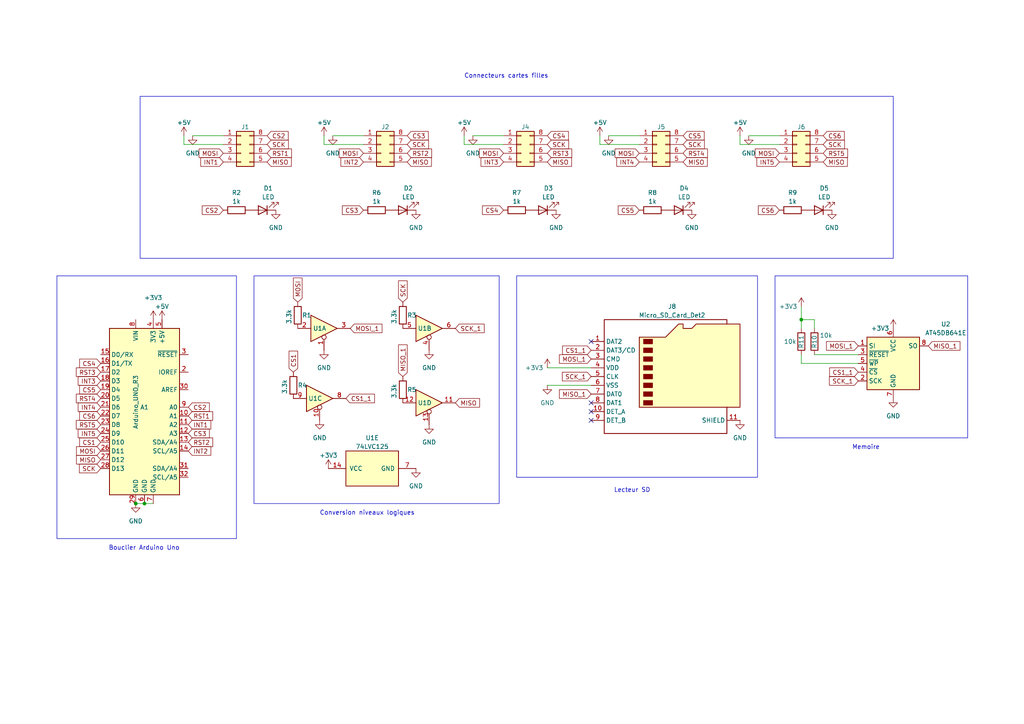
<source format=kicad_sch>
(kicad_sch (version 20231120) (generator "eeschema") (generator_version "8.0")
  (paper "A4")
  (title_block (title "PicoShield ") (date "2024-09-23") (comment 1 "Binome 8"))
  (lib_symbols
    (symbol "74xx:74LVC125" (pin_names (offset 1.016))
      (property "Reference" "U" (at 0 1.27 0))
      (property "Value" "74LVC125" (at 0 -1.27 0))
      (symbol "74LVC125_1_0"
        (polyline (pts (xy -3.81 3.81) (xy -3.81 -3.81) (xy 3.81 0) (xy -3.81 3.81)) (stroke (width 0.254)) (fill (type background)))
        (pin input inverted (at 0 -6.35 90) (length 4.445) (name "~") (number "1"))
        (pin input line (at -7.62 0 0) (length 3.81) (name "~") (number "2"))
        (pin tri_state line (at 7.62 0 180) (length 3.81) (name "~") (number "3"))
      )
      (symbol "74LVC125_2_0"
        (polyline (pts (xy -3.81 3.81) (xy -3.81 -3.81) (xy 3.81 0) (xy -3.81 3.81)) (stroke (width 0.254)) (fill (type background)))
        (pin input inverted (at 0 -6.35 90) (length 4.445) (name "~") (number "4"))
        (pin input line (at -7.62 0 0) (length 3.81) (name "~") (number "5"))
        (pin tri_state line (at 7.62 0 180) (length 3.81) (name "~") (number "6"))
      )
      (symbol "74LVC125_3_0"
        (polyline (pts (xy -3.81 3.81) (xy -3.81 -3.81) (xy 3.81 0) (xy -3.81 3.81)) (stroke (width 0.254)) (fill (type background)))
        (pin input inverted (at 0 -6.35 90) (length 4.445) (name "~") (number "10"))
        (pin tri_state line (at 7.62 0 180) (length 3.81) (name "~") (number "8"))
        (pin input line (at -7.62 0 0) (length 3.81) (name "~") (number "9"))
      )
      (symbol "74LVC125_4_0"
        (polyline (pts (xy -3.81 3.81) (xy -3.81 -3.81) (xy 3.81 0) (xy -3.81 3.81)) (stroke (width 0.254)) (fill (type background)))
        (pin tri_state line (at 7.62 0 180) (length 3.81) (name "~") (number "11"))
        (pin input line (at -7.62 0 0) (length 3.81) (name "~") (number "12"))
        (pin input inverted (at 0 -6.35 90) (length 4.445) (name "~") (number "13"))
      )
      (symbol "74LVC125_5_0"
        (pin power_in line (at 0 12.7 270) (length 5.08) (name "VCC") (number "14"))
        (pin power_in line (at 0 -12.7 90) (length 5.08) (name "GND") (number "7"))
      )
      (symbol "74LVC125_5_1"
        (rectangle (start -5.08 7.62) (end 5.08 -7.62) (stroke (width 0.254)) (fill (type background)))
      )
    )
    (symbol "Connector:Micro_SD_Card_Det2"
      (property "Reference" "J" (at -16.51 17.78 0))
      (property "Value" "Micro_SD_Card_Det2" (at 16.51 17.78 0))
      (symbol "Micro_SD_Card_Det2_0_1"
        (rectangle (start -7.62 -6.985) (end -5.08 -8.255) (stroke (width 0.254)) (fill (type outline)))
        (rectangle (start -7.62 -4.445) (end -5.08 -5.715) (stroke (width 0.254)) (fill (type outline)))
        (rectangle (start -7.62 -1.905) (end -5.08 -3.175) (stroke (width 0.254)) (fill (type outline)))
        (rectangle (start -7.62 0.635) (end -5.08 -0.635) (stroke (width 0.254)) (fill (type outline)))
        (rectangle (start -7.62 3.175) (end -5.08 1.905) (stroke (width 0.254)) (fill (type outline)))
        (rectangle (start -7.62 5.715) (end -5.08 4.445) (stroke (width 0.254)) (fill (type outline)))
        (rectangle (start -7.62 8.255) (end -5.08 6.985) (stroke (width 0.254)) (fill (type outline)))
        (rectangle (start -7.62 10.795) (end -5.08 9.525) (stroke (width 0.254)) (fill (type outline)))
        (polyline (pts (xy 16.51 15.24) (xy 16.51 16.51) (xy -19.05 16.51) (xy -19.05 -16.51) (xy 16.51 -16.51) (xy 16.51 -8.89)) (stroke (width 0.254)))
        (polyline (pts (xy -8.89 -8.89) (xy -8.89 11.43) (xy -1.27 11.43) (xy 2.54 15.24) (xy 3.81 15.24) (xy 3.81 13.97) (xy 6.35 13.97) (xy 7.62 15.24) (xy 20.32 15.24) (xy 20.32 -8.89) (xy -8.89 -8.89)) (stroke (width 0.254)) (fill (type background)))
      )
      (symbol "Micro_SD_Card_Det2_1_1"
        (pin bidirectional line (at -22.86 10.16 0) (length 3.81) (name "DAT2") (number "1"))
        (pin passive line (at -22.86 -10.16 0) (length 3.81) (name "DET_A") (number "10"))
        (pin passive line (at 20.32 -12.7 180) (length 3.81) (name "SHIELD") (number "11"))
        (pin bidirectional line (at -22.86 7.62 0) (length 3.81) (name "DAT3/CD") (number "2"))
        (pin input line (at -22.86 5.08 0) (length 3.81) (name "CMD") (number "3"))
        (pin power_in line (at -22.86 2.54 0) (length 3.81) (name "VDD") (number "4"))
        (pin input line (at -22.86 0 0) (length 3.81) (name "CLK") (number "5"))
        (pin power_in line (at -22.86 -2.54 0) (length 3.81) (name "VSS") (number "6"))
        (pin bidirectional line (at -22.86 -5.08 0) (length 3.81) (name "DAT0") (number "7"))
        (pin bidirectional line (at -22.86 -7.62 0) (length 3.81) (name "DAT1") (number "8"))
        (pin passive line (at -22.86 -12.7 0) (length 3.81) (name "DET_B") (number "9"))
      )
    )
    (symbol "Connector_Generic:Conn_02x04_Counter_Clockwise" (pin_names (offset 1.016) hide)
      (property "Reference" "J" (at 1.27 5.08 0))
      (property "Value" "Conn_02x04_Counter_Clockwise" (at 1.27 -7.62 0))
      (symbol "Conn_02x04_Counter_Clockwise_1_1"
        (rectangle (start -1.27 -4.953) (end 0 -5.207) (stroke (width 0.1524)))
        (rectangle (start -1.27 -2.413) (end 0 -2.667) (stroke (width 0.1524)))
        (rectangle (start -1.27 0.127) (end 0 -0.127) (stroke (width 0.1524)))
        (rectangle (start -1.27 2.667) (end 0 2.413) (stroke (width 0.1524)))
        (rectangle (start -1.27 3.81) (end 3.81 -6.35) (stroke (width 0.254)) (fill (type background)))
        (rectangle (start 3.81 -4.953) (end 2.54 -5.207) (stroke (width 0.1524)))
        (rectangle (start 3.81 -2.413) (end 2.54 -2.667) (stroke (width 0.1524)))
        (rectangle (start 3.81 0.127) (end 2.54 -0.127) (stroke (width 0.1524)))
        (rectangle (start 3.81 2.667) (end 2.54 2.413) (stroke (width 0.1524)))
        (pin passive line (at -5.08 2.54 0) (length 3.81) (name "Pin_1") (number "1"))
        (pin passive line (at -5.08 0 0) (length 3.81) (name "Pin_2") (number "2"))
        (pin passive line (at -5.08 -2.54 0) (length 3.81) (name "Pin_3") (number "3"))
        (pin passive line (at -5.08 -5.08 0) (length 3.81) (name "Pin_4") (number "4"))
        (pin passive line (at 7.62 -5.08 180) (length 3.81) (name "Pin_5") (number "5"))
        (pin passive line (at 7.62 -2.54 180) (length 3.81) (name "Pin_6") (number "6"))
        (pin passive line (at 7.62 0 180) (length 3.81) (name "Pin_7") (number "7"))
        (pin passive line (at 7.62 2.54 180) (length 3.81) (name "Pin_8") (number "8"))
      )
    )
    (symbol "Device:LED" (pin_numbers hide) (pin_names (offset 1.016) hide)
      (property "Reference" "D" (at 0 2.54 0))
      (property "Value" "LED" (at 0 -2.54 0))
      (symbol "LED_0_1"
        (polyline (pts (xy -1.27 -1.27) (xy -1.27 1.27)) (stroke (width 0.254)))
        (polyline (pts (xy -1.27 0) (xy 1.27 0)))
        (polyline (pts (xy 1.27 -1.27) (xy 1.27 1.27) (xy -1.27 0) (xy 1.27 -1.27)) (stroke (width 0.254)))
        (polyline (pts (xy -3.048 -0.762) (xy -4.572 -2.286) (xy -3.81 -2.286) (xy -4.572 -2.286) (xy -4.572 -1.524)))
        (polyline (pts (xy -1.778 -0.762) (xy -3.302 -2.286) (xy -2.54 -2.286) (xy -3.302 -2.286) (xy -3.302 -1.524)))
      )
      (symbol "LED_1_1"
        (pin passive line (at -3.81 0 0) (length 2.54) (name "K") (number "1"))
        (pin passive line (at 3.81 0 180) (length 2.54) (name "A") (number "2"))
      )
    )
    (symbol "Device:R" (pin_numbers hide) (pin_names (offset 0))
      (property "Reference" "R" (at 2.032 0 90))
      (property "Value" "R" (at 0 0 90))
      (symbol "R_0_1"
        (rectangle (start -1.016 -2.54) (end 1.016 2.54) (stroke (width 0.254)))
      )
      (symbol "R_1_1"
        (pin passive line (at 0 3.81 270) (length 1.27) (name "~") (number "1"))
        (pin passive line (at 0 -3.81 90) (length 1.27) (name "~") (number "2"))
      )
    )
    (symbol "MCU_Module:Arduino_UNO_R3"
      (property "Reference" "A" (at -10.16 23.495 0))
      (property "Value" "Arduino_UNO_R3" (at 5.08 -26.67 0))
      (symbol "Arduino_UNO_R3_0_1"
        (rectangle (start -10.16 22.86) (end 10.16 -25.4) (stroke (width 0.254)) (fill (type background)))
      )
      (symbol "Arduino_UNO_R3_1_1"
        (pin no_connect line (at -10.16 -20.32 0) (length 2.54) hide (name "NC") (number "1"))
        (pin bidirectional line (at 12.7 -2.54 180) (length 2.54) (name "A1") (number "10"))
        (pin bidirectional line (at 12.7 -5.08 180) (length 2.54) (name "A2") (number "11"))
        (pin bidirectional line (at 12.7 -7.62 180) (length 2.54) (name "A3") (number "12"))
        (pin bidirectional line (at 12.7 -10.16 180) (length 2.54) (name "SDA/A4") (number "13"))
        (pin bidirectional line (at 12.7 -12.7 180) (length 2.54) (name "SCL/A5") (number "14"))
        (pin bidirectional line (at -12.7 15.24 0) (length 2.54) (name "D0/RX") (number "15"))
        (pin bidirectional line (at -12.7 12.7 0) (length 2.54) (name "D1/TX") (number "16"))
        (pin bidirectional line (at -12.7 10.16 0) (length 2.54) (name "D2") (number "17"))
        (pin bidirectional line (at -12.7 7.62 0) (length 2.54) (name "D3") (number "18"))
        (pin bidirectional line (at -12.7 5.08 0) (length 2.54) (name "D4") (number "19"))
        (pin output line (at 12.7 10.16 180) (length 2.54) (name "IOREF") (number "2"))
        (pin bidirectional line (at -12.7 2.54 0) (length 2.54) (name "D5") (number "20"))
        (pin bidirectional line (at -12.7 0 0) (length 2.54) (name "D6") (number "21"))
        (pin bidirectional line (at -12.7 -2.54 0) (length 2.54) (name "D7") (number "22"))
        (pin bidirectional line (at -12.7 -5.08 0) (length 2.54) (name "D8") (number "23"))
        (pin bidirectional line (at -12.7 -7.62 0) (length 2.54) (name "D9") (number "24"))
        (pin bidirectional line (at -12.7 -10.16 0) (length 2.54) (name "D10") (number "25"))
        (pin bidirectional line (at -12.7 -12.7 0) (length 2.54) (name "D11") (number "26"))
        (pin bidirectional line (at -12.7 -15.24 0) (length 2.54) (name "D12") (number "27"))
        (pin bidirectional line (at -12.7 -17.78 0) (length 2.54) (name "D13") (number "28"))
        (pin power_in line (at -2.54 -27.94 90) (length 2.54) (name "GND") (number "29"))
        (pin input line (at 12.7 15.24 180) (length 2.54) (name "~{RESET}") (number "3"))
        (pin input line (at 12.7 5.08 180) (length 2.54) (name "AREF") (number "30"))
        (pin bidirectional line (at 12.7 -17.78 180) (length 2.54) (name "SDA/A4") (number "31"))
        (pin bidirectional line (at 12.7 -20.32 180) (length 2.54) (name "SCL/A5") (number "32"))
        (pin power_out line (at 2.54 25.4 270) (length 2.54) (name "3V3") (number "4"))
        (pin power_out line (at 5.08 25.4 270) (length 2.54) (name "+5V") (number "5"))
        (pin power_in line (at 0 -27.94 90) (length 2.54) (name "GND") (number "6"))
        (pin power_in line (at 2.54 -27.94 90) (length 2.54) (name "GND") (number "7"))
        (pin power_in line (at -2.54 25.4 270) (length 2.54) (name "VIN") (number "8"))
        (pin bidirectional line (at 12.7 0 180) (length 2.54) (name "A0") (number "9"))
      )
    )
    (symbol "Memory_Flash:AT45DB161D-SU"
      (property "Reference" "U" (at -7.62 8.89 0))
      (property "Value" "AT45DB161D-SU" (at 10.16 8.89 0))
      (symbol "AT45DB161D-SU_1_1"
        (rectangle (start -7.62 7.62) (end 7.62 -7.62) (stroke (width 0.254)) (fill (type background)))
        (pin input line (at -10.16 5.08 0) (length 2.54) (name "SI") (number "1"))
        (pin input line (at -10.16 -5.08 0) (length 2.54) (name "SCK") (number "2"))
        (pin bidirectional line (at -10.16 2.54 0) (length 2.54) (name "~{RESET}") (number "3"))
        (pin input line (at -10.16 -2.54 0) (length 2.54) (name "~{CS}") (number "4"))
        (pin input line (at -10.16 0 0) (length 2.54) (name "~{WP}") (number "5"))
        (pin power_in line (at 0 10.16 270) (length 2.54) (name "VCC") (number "6"))
        (pin power_in line (at 0 -10.16 90) (length 2.54) (name "GND") (number "7"))
        (pin output line (at 10.16 5.08 180) (length 2.54) (name "SO") (number "8"))
      )
    )
    (symbol "power:+3.3V" (power) (pin_names (offset 0))
      (property "Value" "+3.3V" (at 0 3.556 0))
      (symbol "+3.3V_0_1"
        (polyline (pts (xy -0.762 1.27) (xy 0 2.54)))
        (polyline (pts (xy 0 0) (xy 0 2.54)))
        (polyline (pts (xy 0 2.54) (xy 0.762 1.27)))
      )
      (symbol "+3.3V_1_1"
        (pin power_in line (at 0 0 90) (length 0) hide (name "+3V3") (number "1"))
      )
    )
    (symbol "power:+5V" (power) (pin_names (offset 0))
      (property "Value" "+5V" (at 0 3.556 0))
      (symbol "+5V_0_1"
        (polyline (pts (xy -0.762 1.27) (xy 0 2.54)))
        (polyline (pts (xy 0 0) (xy 0 2.54)))
        (polyline (pts (xy 0 2.54) (xy 0.762 1.27)))
      )
      (symbol "+5V_1_1"
        (pin power_in line (at 0 0 90) (length 0) hide (name "+5V") (number "1"))
      )
    )
    (symbol "power:GND" (power) (pin_names (offset 0))
      (property "Value" "GND" (at 0 -3.81 0))
      (symbol "GND_0_1"
        (polyline (pts (xy 0 0) (xy 0 -1.27) (xy 1.27 -1.27) (xy 0 -2.54) (xy -1.27 -1.27) (xy 0 -1.27)))
      )
      (symbol "GND_1_1"
        (pin power_in line (at 0 0 270) (length 0) hide (name "GND") (number "1"))
      )
    )
  )
  (junction (at 39.37 146.05))
  (junction (at 41.91 146.05))
  (junction (at 232.41 92.71))
  (no_connect (at 171.45 119.38))
  (no_connect (at 171.45 116.84))
  (no_connect (at 171.45 121.92))
  (no_connect (at 171.45 99.06))
  (wire (pts (xy 226.06 41.91) (xy 214.63 41.91)))
  (wire (pts (xy 232.41 92.71) (xy 232.41 95.25)))
  (wire (pts (xy 158.75 111.76) (xy 171.45 111.76)))
  (wire (pts (xy 236.22 102.87) (xy 248.92 102.87)))
  (wire (pts (xy 185.42 41.91) (xy 173.99 41.91)))
  (wire (pts (xy 217.17 39.37) (xy 226.06 39.37)))
  (wire (pts (xy 105.41 41.91) (xy 93.98 41.91)))
  (wire (pts (xy 214.63 41.91) (xy 214.63 39.37)))
  (wire (pts (xy 146.05 41.91) (xy 134.62 41.91)))
  (wire (pts (xy 232.41 92.71) (xy 232.41 88.9)))
  (wire (pts (xy 96.52 39.37) (xy 105.41 39.37)))
  (wire (pts (xy 137.16 39.37) (xy 146.05 39.37)))
  (wire (pts (xy 176.53 39.37) (xy 185.42 39.37)))
  (wire (pts (xy 41.91 146.05) (xy 44.45 146.05)))
  (wire (pts (xy 173.99 41.91) (xy 173.99 39.37)))
  (wire (pts (xy 93.98 41.91) (xy 93.98 39.37)))
  (wire (pts (xy 64.77 41.91) (xy 53.34 41.91)))
  (wire (pts (xy 232.41 102.87) (xy 232.41 105.41)))
  (wire (pts (xy 55.88 39.37) (xy 64.77 39.37)))
  (wire (pts (xy 158.75 106.68) (xy 171.45 106.68)))
  (wire (pts (xy 232.41 105.41) (xy 248.92 105.41)))
  (wire (pts (xy 232.41 92.71) (xy 236.22 92.71)))
  (wire (pts (xy 236.22 92.71) (xy 236.22 95.25)))
  (wire (pts (xy 134.62 41.91) (xy 134.62 39.37)))
  (wire (pts (xy 39.37 146.05) (xy 41.91 146.05)))
  (wire (pts (xy 53.34 41.91) (xy 53.34 39.37)))
  (rectangle (start 224.79 80.01) (end 280.67 127))
  (rectangle (start 40.64 27.94) (end 259.08 74.93))
  (rectangle (start 16.51 80.01) (end 68.58 156.21))
  (rectangle (start 73.66 80.01) (end 144.78 146.05))
  (rectangle (start 149.86 80.01) (end 219.71 138.43))
  (text "Memoire\n" (at 247.142 130.556 0) (effects (font (size 1.27 1.27)) (justify left bottom)))
  (text "Lecteur SD" (at 178.054 143.002 0) (effects (font (size 1.27 1.27)) (justify left bottom)))
  (text "Connecteurs cartes filles" (at 134.62 22.86 0) (effects (font (size 1.27 1.27)) (justify left bottom)))
  (text "Conversion niveaux logiques" (at 92.71 149.606 0) (effects (font (size 1.27 1.27)) (justify left bottom)))
  (text "Bouclier Arduino Uno" (at 31.496 159.766 0) (effects (font (size 1.27 1.27)) (justify left bottom)))
  (global_label "SCK_1" (shape input) (at 248.92 110.49 180) (property "Intersheetrefs" "${INTERSHEET_REFS}" (effects (hide yes))))
  (global_label "CS1" (shape input) (at 29.21 128.27 180) (property "Intersheetrefs" "${INTERSHEET_REFS}" (effects (hide yes))))
  (global_label "SCK" (shape input) (at 116.84 87.63 90) (property "Intersheetrefs" "${INTERSHEET_REFS}" (effects (hide yes))))
  (global_label "SCK" (shape input) (at 118.11 41.91 0) (property "Intersheetrefs" "${INTERSHEET_REFS}" (effects (hide yes))))
  (global_label "RST2" (shape input) (at 118.11 44.45 0) (property "Intersheetrefs" "${INTERSHEET_REFS}" (effects (hide yes))))
  (global_label "MISO" (shape input) (at 118.11 46.99 0) (property "Intersheetrefs" "${INTERSHEET_REFS}" (effects (hide yes))))
  (global_label "MISO_1" (shape input) (at 269.24 100.33 0) (property "Intersheetrefs" "${INTERSHEET_REFS}" (effects (hide yes))))
  (global_label "CS3" (shape input) (at 54.61 125.73 0) (property "Intersheetrefs" "${INTERSHEET_REFS}" (effects (hide yes))))
  (global_label "MOSI_1" (shape input) (at 248.92 100.33 180) (property "Intersheetrefs" "${INTERSHEET_REFS}" (effects (hide yes))))
  (global_label "RST3" (shape input) (at 29.21 107.95 180) (property "Intersheetrefs" "${INTERSHEET_REFS}" (effects (hide yes))))
  (global_label "INT4" (shape input) (at 29.21 118.11 180) (property "Intersheetrefs" "${INTERSHEET_REFS}" (effects (hide yes))))
  (global_label "CS2" (shape input) (at 77.47 39.37 0) (property "Intersheetrefs" "${INTERSHEET_REFS}" (effects (hide yes))))
  (global_label "MOSI" (shape input) (at 29.21 130.81 180) (property "Intersheetrefs" "${INTERSHEET_REFS}" (effects (hide yes))))
  (global_label "MOSI_1" (shape input) (at 101.6 95.25 0) (property "Intersheetrefs" "${INTERSHEET_REFS}" (effects (hide yes))))
  (global_label "CS5" (shape input) (at 198.12 39.37 0) (property "Intersheetrefs" "${INTERSHEET_REFS}" (effects (hide yes))))
  (global_label "MISO" (shape input) (at 132.08 116.84 0) (property "Intersheetrefs" "${INTERSHEET_REFS}" (effects (hide yes))))
  (global_label "RST1" (shape input) (at 77.47 44.45 0) (property "Intersheetrefs" "${INTERSHEET_REFS}" (effects (hide yes))))
  (global_label "RST2" (shape input) (at 54.61 128.27 0) (property "Intersheetrefs" "${INTERSHEET_REFS}" (effects (hide yes))))
  (global_label "SCK" (shape input) (at 198.12 41.91 0) (property "Intersheetrefs" "${INTERSHEET_REFS}" (effects (hide yes))))
  (global_label "MISO" (shape input) (at 29.21 133.35 180) (property "Intersheetrefs" "${INTERSHEET_REFS}" (effects (hide yes))))
  (global_label "SCK" (shape input) (at 29.21 135.89 180) (property "Intersheetrefs" "${INTERSHEET_REFS}" (effects (hide yes))))
  (global_label "CS1" (shape input) (at 85.09 107.95 90) (property "Intersheetrefs" "${INTERSHEET_REFS}" (effects (hide yes))))
  (global_label "MISO" (shape input) (at 77.47 46.99 0) (property "Intersheetrefs" "${INTERSHEET_REFS}" (effects (hide yes))))
  (global_label "MISO" (shape input) (at 238.76 46.99 0) (property "Intersheetrefs" "${INTERSHEET_REFS}" (effects (hide yes))))
  (global_label "RST4" (shape input) (at 29.21 115.57 180) (property "Intersheetrefs" "${INTERSHEET_REFS}" (effects (hide yes))))
  (global_label "MOSI" (shape input) (at 185.42 44.45 180) (property "Intersheetrefs" "${INTERSHEET_REFS}" (effects (hide yes))))
  (global_label "INT4" (shape input) (at 185.42 46.99 180) (property "Intersheetrefs" "${INTERSHEET_REFS}" (effects (hide yes))))
  (global_label "CS6" (shape input) (at 29.21 120.65 180) (property "Intersheetrefs" "${INTERSHEET_REFS}" (effects (hide yes))))
  (global_label "RST5" (shape input) (at 238.76 44.45 0) (property "Intersheetrefs" "${INTERSHEET_REFS}" (effects (hide yes))))
  (global_label "CS4" (shape input) (at 146.05 60.96 180) (property "Intersheetrefs" "${INTERSHEET_REFS}" (effects (hide yes))))
  (global_label "MOSI" (shape input) (at 86.36 87.63 90) (property "Intersheetrefs" "${INTERSHEET_REFS}" (effects (hide yes))))
  (global_label "MISO" (shape input) (at 158.75 46.99 0) (property "Intersheetrefs" "${INTERSHEET_REFS}" (effects (hide yes))))
  (global_label "MOSI" (shape input) (at 146.05 44.45 180) (property "Intersheetrefs" "${INTERSHEET_REFS}" (effects (hide yes))))
  (global_label "SCK_1" (shape input) (at 132.08 95.25 0) (property "Intersheetrefs" "${INTERSHEET_REFS}" (effects (hide yes))))
  (global_label "MISO_1" (shape input) (at 171.45 114.3 180) (property "Intersheetrefs" "${INTERSHEET_REFS}" (effects (hide yes))))
  (global_label "MISO" (shape input) (at 198.12 46.99 0) (property "Intersheetrefs" "${INTERSHEET_REFS}" (effects (hide yes))))
  (global_label "RST3" (shape input) (at 158.75 44.45 0) (property "Intersheetrefs" "${INTERSHEET_REFS}" (effects (hide yes))))
  (global_label "RST5" (shape input) (at 29.21 123.19 180) (property "Intersheetrefs" "${INTERSHEET_REFS}" (effects (hide yes))))
  (global_label "MISO_1" (shape input) (at 116.84 109.22 90) (property "Intersheetrefs" "${INTERSHEET_REFS}" (effects (hide yes))))
  (global_label "SCK_1" (shape input) (at 171.45 109.22 180) (property "Intersheetrefs" "${INTERSHEET_REFS}" (effects (hide yes))))
  (global_label "MOSI" (shape input) (at 226.06 44.45 180) (property "Intersheetrefs" "${INTERSHEET_REFS}" (effects (hide yes))))
  (global_label "CS2" (shape input) (at 64.77 60.96 180) (property "Intersheetrefs" "${INTERSHEET_REFS}" (effects (hide yes))))
  (global_label "SCK" (shape input) (at 238.76 41.91 0) (property "Intersheetrefs" "${INTERSHEET_REFS}" (effects (hide yes))))
  (global_label "CS4" (shape input) (at 158.75 39.37 0) (property "Intersheetrefs" "${INTERSHEET_REFS}" (effects (hide yes))))
  (global_label "CS1_1" (shape input) (at 100.33 115.57 0) (property "Intersheetrefs" "${INTERSHEET_REFS}" (effects (hide yes))))
  (global_label "SCK" (shape input) (at 77.47 41.91 0) (property "Intersheetrefs" "${INTERSHEET_REFS}" (effects (hide yes))))
  (global_label "CS4" (shape input) (at 29.21 105.41 180) (property "Intersheetrefs" "${INTERSHEET_REFS}" (effects (hide yes))))
  (global_label "INT3" (shape input) (at 146.05 46.99 180) (property "Intersheetrefs" "${INTERSHEET_REFS}" (effects (hide yes))))
  (global_label "INT5" (shape input) (at 226.06 46.99 180) (property "Intersheetrefs" "${INTERSHEET_REFS}" (effects (hide yes))))
  (global_label "SCK" (shape input) (at 158.75 41.91 0) (property "Intersheetrefs" "${INTERSHEET_REFS}" (effects (hide yes))))
  (global_label "MOSI" (shape input) (at 64.77 44.45 180) (property "Intersheetrefs" "${INTERSHEET_REFS}" (effects (hide yes))))
  (global_label "INT5" (shape input) (at 29.21 125.73 180) (property "Intersheetrefs" "${INTERSHEET_REFS}" (effects (hide yes))))
  (global_label "INT2" (shape input) (at 105.41 46.99 180) (property "Intersheetrefs" "${INTERSHEET_REFS}" (effects (hide yes))))
  (global_label "CS3" (shape input) (at 105.41 60.96 180) (property "Intersheetrefs" "${INTERSHEET_REFS}" (effects (hide yes))))
  (global_label "INT1" (shape input) (at 64.77 46.99 180) (property "Intersheetrefs" "${INTERSHEET_REFS}" (effects (hide yes))))
  (global_label "CS5" (shape input) (at 29.21 113.03 180) (property "Intersheetrefs" "${INTERSHEET_REFS}" (effects (hide yes))))
  (global_label "CS6" (shape input) (at 226.06 60.96 180) (property "Intersheetrefs" "${INTERSHEET_REFS}" (effects (hide yes))))
  (global_label "MOSI" (shape input) (at 105.41 44.45 180) (property "Intersheetrefs" "${INTERSHEET_REFS}" (effects (hide yes))))
  (global_label "RST1" (shape input) (at 54.61 120.65 0) (property "Intersheetrefs" "${INTERSHEET_REFS}" (effects (hide yes))))
  (global_label "MOSI_1" (shape input) (at 171.45 104.14 180) (property "Intersheetrefs" "${INTERSHEET_REFS}" (effects (hide yes))))
  (global_label "INT1" (shape input) (at 54.61 123.19 0) (property "Intersheetrefs" "${INTERSHEET_REFS}" (effects (hide yes))))
  (global_label "CS1_1" (shape input) (at 248.92 107.95 180) (property "Intersheetrefs" "${INTERSHEET_REFS}" (effects (hide yes))))
  (global_label "INT3" (shape input) (at 29.21 110.49 180) (property "Intersheetrefs" "${INTERSHEET_REFS}" (effects (hide yes))))
  (global_label "CS1_1" (shape input) (at 171.45 101.6 180) (property "Intersheetrefs" "${INTERSHEET_REFS}" (effects (hide yes))))
  (global_label "CS6" (shape input) (at 238.76 39.37 0) (property "Intersheetrefs" "${INTERSHEET_REFS}" (effects (hide yes))))
  (global_label "CS3" (shape input) (at 118.11 39.37 0) (property "Intersheetrefs" "${INTERSHEET_REFS}" (effects (hide yes))))
  (global_label "INT2" (shape input) (at 54.61 130.81 0) (property "Intersheetrefs" "${INTERSHEET_REFS}" (effects (hide yes))))
  (global_label "CS5" (shape input) (at 185.42 60.96 180) (property "Intersheetrefs" "${INTERSHEET_REFS}" (effects (hide yes))))
  (global_label "RST4" (shape input) (at 198.12 44.45 0) (property "Intersheetrefs" "${INTERSHEET_REFS}" (effects (hide yes))))
  (global_label "CS2" (shape input) (at 54.61 118.11 0) (property "Intersheetrefs" "${INTERSHEET_REFS}" (effects (hide yes))))
  (symbol (lib_id "power:GND") (at 124.46 123.19 0) (unit 1)
    (property "Reference" "#PWR04" (effects (hide yes)))
    (property "Value" "GND" (at 124.46 128.27 0))
  )
  (symbol (lib_id "Device:R") (at 68.58 60.96 90) (unit 1)
    (property "Reference" "R2" (at 68.58 55.88 90))
    (property "Value" "1k" (at 68.58 58.42 90))
    (property "Footprint" "Resistor_SMD:R_0603_1608Metric_Pad0.98x0.95mm_HandSolder" (effects (hide yes)))
  )
  (symbol (lib_id "Device:R") (at 85.09 111.76 0) (unit 1)
    (property "Reference" "R4" (at 86.36 111.76 0) (effects (justify left)))
    (property "Value" "3.3k" (at 82.55 114.3 90) (effects (justify left)))
    (property "Footprint" "Resistor_SMD:R_0603_1608Metric_Pad0.98x0.95mm_HandSolder" (effects (hide yes)))
  )
  (symbol (lib_id "power:GND") (at 214.63 121.92 0) (unit 1)
    (property "Reference" "#PWR032" (effects (hide yes)))
    (property "Value" "GND" (at 214.63 127 0))
  )
  (symbol (lib_id "power:GND") (at 241.3 60.96 0) (unit 1)
    (property "Reference" "#PWR027" (effects (hide yes)))
    (property "Value" "GND" (at 241.3 66.04 0))
  )
  (symbol (lib_id "74xx:74LVC125") (at 107.95 135.89 90) (unit 5)
    (property "Reference" "U1" (at 107.95 127 90))
    (property "Value" "74LVC125" (at 107.95 129.54 90))
    (property "Footprint" "Package_SO:SOIC-14_3.9x8.7mm_P1.27mm" (effects (hide yes)))
    (property "Datasheet" "http://www.ti.com/lit/gpn/sn74LVC125" (effects (hide yes)))
  )
  (symbol (lib_id "Device:LED") (at 76.2 60.96 180) (unit 1)
    (property "Reference" "D1" (at 77.7875 54.61 0))
    (property "Value" "LED" (at 77.7875 57.15 0))
    (property "Footprint" "LED_SMD:LED_0603_1608Metric_Pad1.05x0.95mm_HandSolder" (effects (hide yes)))
  )
  (symbol (lib_id "MCU_Module:Arduino_UNO_R3") (at 41.91 118.11 0) (unit 1)
    (property "Reference" "A1" (at 40.64 118.11 0) (effects (justify left)))
    (property "Value" "Arduino_UNO_R3" (at 39.37 124.46 90) (effects (justify left)))
    (property "Footprint" "Module:Arduino_UNO_R3" (effects (hide yes)))
    (property "Datasheet" "https://www.arduino.cc/en/Main/arduinoBoardUno" (effects (hide yes)))
  )
  (symbol (lib_id "74xx:74LVC125") (at 124.46 95.25 0) (unit 2)
    (property "Reference" "U1" (at 123.19 95.25 0))
    (property "Value" "74LVC125" (effects (hide yes)))
    (property "Footprint" "Package_SO:SOIC-14_3.9x8.7mm_P1.27mm" (effects (hide yes)))
    (property "Datasheet" "http://www.ti.com/lit/gpn/sn74LVC125" (effects (hide yes)))
  )
  (symbol (lib_id "power:GND") (at 120.65 135.89 0) (unit 1)
    (property "Reference" "#PWR05" (effects (hide yes)))
    (property "Value" "GND" (at 120.65 140.97 0))
  )
  (symbol (lib_id "power:+3.3V") (at 158.75 106.68 0) (unit 1)
    (property "Reference" "#PWR028" (effects (hide yes)))
    (property "Value" "+3V3" (at 154.94 106.68 0))
  )
  (symbol (lib_id "power:+5V") (at 46.99 92.71 0) (unit 1)
    (property "Reference" "#PWR08" (effects (hide yes)))
    (property "Value" "+5V" (at 46.99 88.9 0))
  )
  (symbol (lib_id "power:GND") (at 158.75 111.76 0) (unit 1)
    (property "Reference" "#PWR031" (effects (hide yes)))
    (property "Value" "GND" (at 158.75 116.84 0))
  )
  (symbol (lib_id "power:GND") (at 120.65 60.96 0) (unit 1)
    (property "Reference" "#PWR018" (effects (hide yes)))
    (property "Value" "GND" (at 120.65 66.04 0))
  )
  (symbol (lib_id "Device:R") (at 189.23 60.96 90) (unit 1)
    (property "Reference" "R8" (at 189.23 55.88 90))
    (property "Value" "1k" (at 189.23 58.42 90))
    (property "Footprint" "Resistor_SMD:R_0603_1608Metric_Pad0.98x0.95mm_HandSolder" (effects (hide yes)))
  )
  (symbol (lib_id "Device:R") (at 149.86 60.96 90) (unit 1)
    (property "Reference" "R7" (at 149.86 55.88 90))
    (property "Value" "1k" (at 149.86 58.42 90))
    (property "Footprint" "Resistor_SMD:R_0603_1608Metric_Pad0.98x0.95mm_HandSolder" (effects (hide yes)))
  )
  (symbol (lib_id "Memory_Flash:AT45DB161D-SU") (at 259.08 105.41 0) (unit 1)
    (property "Reference" "U2" (at 274.32 94.0114 0))
    (property "Value" "AT45DB641E" (at 274.32 96.5514 0))
    (property "Footprint" "Package_SO:SOIC-8_5.275x5.275mm_P1.27mm" (effects (hide yes)))
    (property "Datasheet" "https://www.adestotech.com/wp-content/uploads/doc3500.pdf" (effects (hide yes)))
    (property "Description" "16Mb Serial DataFlash, 2.5V Vcc, SOIC-8" (effects (hide yes)))
  )
  (symbol (lib_id "power:GND") (at 259.08 115.57 0) (unit 1)
    (property "Reference" "#PWR011" (effects (hide yes)))
    (property "Value" "GND" (at 259.08 120.65 0))
  )
  (symbol (lib_id "Device:LED") (at 196.85 60.96 180) (unit 1)
    (property "Reference" "D4" (at 198.4375 54.61 0))
    (property "Value" "LED" (at 198.4375 57.15 0))
    (property "Footprint" "LED_SMD:LED_0603_1608Metric_Pad1.05x0.95mm_HandSolder" (effects (hide yes)))
  )
  (symbol (lib_id "power:+5V") (at 93.98 39.37 0) (unit 1)
    (property "Reference" "#PWR016" (effects (hide yes)))
    (property "Value" "+5V" (at 93.98 35.56 0))
  )
  (symbol (lib_id "power:GND") (at 137.16 39.37 0) (unit 1)
    (property "Reference" "#PWR020" (effects (hide yes)))
    (property "Value" "GND" (at 137.16 44.45 0))
  )
  (symbol (lib_id "power:GND") (at 96.52 39.37 0) (unit 1)
    (property "Reference" "#PWR017" (effects (hide yes)))
    (property "Value" "GND" (at 96.52 44.45 0))
  )
  (symbol (lib_id "power:+5V") (at 134.62 39.37 0) (unit 1)
    (property "Reference" "#PWR019" (effects (hide yes)))
    (property "Value" "+5V" (at 134.62 35.56 0))
  )
  (symbol (lib_id "Device:R") (at 116.84 113.03 0) (unit 1)
    (property "Reference" "R5" (at 118.11 113.03 0) (effects (justify left)))
    (property "Value" "3.3k" (at 114.3 115.57 90) (effects (justify left)))
    (property "Footprint" "Resistor_SMD:R_0603_1608Metric_Pad0.98x0.95mm_HandSolder" (effects (hide yes)))
  )
  (symbol (lib_id "power:GND") (at 93.98 101.6 0) (unit 1)
    (property "Reference" "#PWR01" (effects (hide yes)))
    (property "Value" "GND" (at 93.98 106.68 0))
  )
  (symbol (lib_id "Connector_Generic:Conn_02x04_Counter_Clockwise") (at 151.13 41.91 0) (unit 1)
    (property "Reference" "J4" (at 152.4 36.83 0))
    (property "Value" "Conn_02x04_Counter_Clockwise" (effects (hide yes)))
    (property "Footprint" "Connector_IDC:IDC-Header_2x04_P2.54mm_Vertical" (effects (hide yes)))
  )
  (symbol (lib_id "power:GND") (at 200.66 60.96 0) (unit 1)
    (property "Reference" "#PWR024" (effects (hide yes)))
    (property "Value" "GND" (at 200.66 66.04 0))
  )
  (symbol (lib_id "Device:LED") (at 116.84 60.96 180) (unit 1)
    (property "Reference" "D2" (at 118.4275 54.61 0))
    (property "Value" "LED" (at 118.4275 57.15 0))
    (property "Footprint" "LED_SMD:LED_0603_1608Metric_Pad1.05x0.95mm_HandSolder" (effects (hide yes)))
  )
  (symbol (lib_id "74xx:74LVC125") (at 92.71 115.57 0) (unit 3)
    (property "Reference" "U1" (at 91.44 115.57 0))
    (property "Value" "74LVC125" (effects (hide yes)))
    (property "Footprint" "Package_SO:SOIC-14_3.9x8.7mm_P1.27mm" (effects (hide yes)))
    (property "Datasheet" "http://www.ti.com/lit/gpn/sn74LVC125" (effects (hide yes)))
  )
  (symbol (lib_id "power:+3.3V") (at 44.45 92.71 0) (unit 1)
    (property "Reference" "#PWR07" (effects (hide yes)))
    (property "Value" "+3V3" (at 44.45 86.36 0))
  )
  (symbol (lib_id "Connector_Generic:Conn_02x04_Counter_Clockwise") (at 69.85 41.91 0) (unit 1)
    (property "Reference" "J1" (at 71.12 36.83 0))
    (property "Value" "Conn_02x04_Counter_Clockwise" (effects (hide yes)))
    (property "Footprint" "Connector_IDC:IDC-Header_2x04_P2.54mm_Vertical" (effects (hide yes)))
  )
  (symbol (lib_id "power:+5V") (at 173.99 39.37 0) (unit 1)
    (property "Reference" "#PWR022" (effects (hide yes)))
    (property "Value" "+5V" (at 173.99 35.56 0))
  )
  (symbol (lib_id "74xx:74LVC125") (at 124.46 116.84 0) (unit 4)
    (property "Reference" "U1" (at 123.19 116.84 0))
    (property "Value" "74LVC125" (effects (hide yes)))
    (property "Footprint" "Package_SO:SOIC-14_3.9x8.7mm_P1.27mm" (effects (hide yes)))
    (property "Datasheet" "http://www.ti.com/lit/gpn/sn74LVC125" (effects (hide yes)))
  )
  (symbol (lib_id "Connector_Generic:Conn_02x04_Counter_Clockwise") (at 190.5 41.91 0) (unit 1)
    (property "Reference" "J5" (at 191.77 36.83 0))
    (property "Value" "Conn_02x04_Counter_Clockwise" (effects (hide yes)))
    (property "Footprint" "Connector_IDC:IDC-Header_2x04_P2.54mm_Vertical" (effects (hide yes)))
  )
  (symbol (lib_id "Device:LED") (at 157.48 60.96 180) (unit 1)
    (property "Reference" "D3" (at 159.0675 54.61 0))
    (property "Value" "LED" (at 159.0675 57.15 0))
    (property "Footprint" "LED_SMD:LED_0603_1608Metric_Pad1.05x0.95mm_HandSolder" (effects (hide yes)))
  )
  (symbol (lib_id "power:GND") (at 217.17 39.37 0) (unit 1)
    (property "Reference" "#PWR026" (effects (hide yes)))
    (property "Value" "GND" (at 217.17 44.45 0))
  )
  (symbol (lib_id "Device:R") (at 232.41 99.06 0) (unit 1)
    (property "Reference" "R11" (at 232.41 101.092 90) (effects (justify left)))
    (property "Value" "10k" (at 227.33 99.06 0) (effects (justify left)))
    (property "Footprint" "Resistor_SMD:R_0603_1608Metric_Pad0.98x0.95mm_HandSolder" (effects (hide yes)))
    (property "Description" "Resistor" (effects (hide yes)))
  )
  (symbol (lib_id "power:GND") (at 176.53 39.37 0) (unit 1)
    (property "Reference" "#PWR023" (effects (hide yes)))
    (property "Value" "GND" (at 176.53 44.45 0))
  )
  (symbol (lib_id "power:+5V") (at 214.63 39.37 0) (unit 1)
    (property "Reference" "#PWR025" (effects (hide yes)))
    (property "Value" "+5V" (at 214.63 35.56 0))
  )
  (symbol (lib_id "power:GND") (at 80.01 60.96 0) (unit 1)
    (property "Reference" "#PWR013" (effects (hide yes)))
    (property "Value" "GND" (at 80.01 66.04 0))
  )
  (symbol (lib_id "Device:R") (at 236.22 99.06 180) (unit 1)
    (property "Reference" "R10" (at 236.22 101.092 90) (effects (justify right)))
    (property "Value" "10k" (at 237.744 97.282 0) (effects (justify right)))
    (property "Footprint" "Resistor_SMD:R_0603_1608Metric_Pad0.98x0.95mm_HandSolder" (effects (hide yes)))
    (property "Description" "Resistor" (effects (hide yes)))
  )
  (symbol (lib_id "Device:R") (at 229.87 60.96 90) (unit 1)
    (property "Reference" "R9" (at 229.87 55.88 90))
    (property "Value" "1k" (at 229.87 58.42 90))
    (property "Footprint" "Resistor_SMD:R_0603_1608Metric_Pad0.98x0.95mm_HandSolder" (effects (hide yes)))
  )
  (symbol (lib_id "power:GND") (at 55.88 39.37 0) (unit 1)
    (property "Reference" "#PWR015" (effects (hide yes)))
    (property "Value" "GND" (at 55.88 44.45 0))
  )
  (symbol (lib_id "power:+3.3V") (at 95.25 135.89 0) (unit 1)
    (property "Reference" "#PWR06" (effects (hide yes)))
    (property "Value" "+3V3" (at 95.25 132.08 0))
  )
  (symbol (lib_id "power:+3.3V") (at 232.41 88.9 0) (unit 1)
    (property "Reference" "#PWR012" (effects (hide yes)))
    (property "Value" "+3V3" (at 228.6 88.9 0))
  )
  (symbol (lib_id "Device:R") (at 86.36 91.44 0) (unit 1)
    (property "Reference" "R1" (at 87.63 91.44 0) (effects (justify left)))
    (property "Value" "3.3k" (at 83.82 93.98 90) (effects (justify left)))
    (property "Footprint" "Resistor_SMD:R_0603_1608Metric_Pad0.98x0.95mm_HandSolder" (effects (hide yes)))
  )
  (symbol (lib_id "Connector_Generic:Conn_02x04_Counter_Clockwise") (at 110.49 41.91 0) (unit 1)
    (property "Reference" "J2" (at 111.76 36.83 0))
    (property "Value" "Conn_02x04_Counter_Clockwise" (effects (hide yes)))
    (property "Footprint" "Connector_IDC:IDC-Header_2x04_P2.54mm_Vertical" (effects (hide yes)))
  )
  (symbol (lib_id "Device:LED") (at 237.49 60.96 180) (unit 1)
    (property "Reference" "D5" (at 239.0775 54.61 0))
    (property "Value" "LED" (at 239.0775 57.15 0))
    (property "Footprint" "LED_SMD:LED_0603_1608Metric_Pad1.05x0.95mm_HandSolder" (effects (hide yes)))
  )
  (symbol (lib_id "power:GND") (at 161.29 60.96 0) (unit 1)
    (property "Reference" "#PWR021" (effects (hide yes)))
    (property "Value" "GND" (at 161.29 66.04 0))
  )
  (symbol (lib_id "power:GND") (at 92.71 121.92 0) (unit 1)
    (property "Reference" "#PWR03" (effects (hide yes)))
    (property "Value" "GND" (at 92.71 127 0))
  )
  (symbol (lib_id "power:GND") (at 124.46 101.6 0) (unit 1)
    (property "Reference" "#PWR02" (effects (hide yes)))
    (property "Value" "GND" (at 124.46 106.68 0))
  )
  (symbol (lib_id "power:+3.3V") (at 259.08 95.25 0) (unit 1)
    (property "Reference" "#PWR010" (effects (hide yes)))
    (property "Value" "+3V3" (at 255.27 95.25 0))
  )
  (symbol (lib_id "Device:R") (at 116.84 91.44 0) (unit 1)
    (property "Reference" "R3" (at 118.11 91.44 0) (effects (justify left)))
    (property "Value" "3.3k" (at 114.3 93.98 90) (effects (justify left)))
    (property "Footprint" "Resistor_SMD:R_0603_1608Metric_Pad0.98x0.95mm_HandSolder" (effects (hide yes)))
  )
  (symbol (lib_id "power:+5V") (at 53.34 39.37 0) (unit 1)
    (property "Reference" "#PWR014" (effects (hide yes)))
    (property "Value" "+5V" (at 53.34 35.56 0))
  )
  (symbol (lib_id "Connector:Micro_SD_Card_Det2") (at 194.31 109.22 0) (unit 1)
    (property "Reference" "J8" (at 194.945 88.9 0))
    (property "Value" "Micro_SD_Card_Det2" (at 194.945 91.44 0))
    (property "Footprint" "Connector_Card:microSD_HC_Molex_104031-0811" (effects (hide yes)))
    (property "Datasheet" "https://www.hirose.com/en/product/document?clcode=&productname=&series=DM3&documenttype=Catalog&lang=en&documentid=D49662_en" (effects (hide yes)))
  )
  (symbol (lib_id "Connector_Generic:Conn_02x04_Counter_Clockwise") (at 231.14 41.91 0) (unit 1)
    (property "Reference" "J6" (at 232.41 36.83 0))
    (property "Value" "Conn_02x04_Counter_Clockwise" (effects (hide yes)))
    (property "Footprint" "Connector_IDC:IDC-Header_2x04_P2.54mm_Vertical" (effects (hide yes)))
  )
  (symbol (lib_id "power:GND") (at 39.37 146.05 0) (unit 1)
    (property "Reference" "#PWR09" (effects (hide yes)))
    (property "Value" "GND" (at 39.37 151.13 0))
  )
  (symbol (lib_id "74xx:74LVC125") (at 93.98 95.25 0) (unit 1)
    (property "Reference" "U1" (at 92.71 95.25 0))
    (property "Value" "74LVC125" (effects (hide yes)))
    (property "Footprint" "Package_SO:SOIC-14_3.9x8.7mm_P1.27mm" (effects (hide yes)))
    (property "Datasheet" "http://www.ti.com/lit/gpn/sn74LVC125" (effects (hide yes)))
  )
  (symbol (lib_id "Device:R") (at 109.22 60.96 90) (unit 1)
    (property "Reference" "R6" (at 109.22 55.88 90))
    (property "Value" "1k" (at 109.22 58.42 90))
    (property "Footprint" "Resistor_SMD:R_0603_1608Metric_Pad0.98x0.95mm_HandSolder" (effects (hide yes)))
  )
)
</source>
